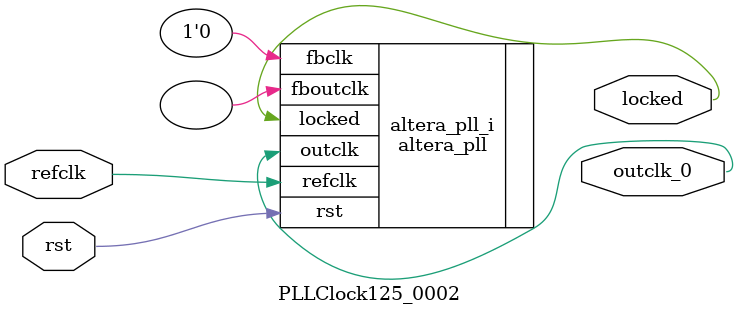
<source format=v>
`timescale 1ns/10ps
module  PLLClock125_0002(

	// interface 'refclk'
	input wire refclk,

	// interface 'reset'
	input wire rst,

	// interface 'outclk0'
	output wire outclk_0,

	// interface 'locked'
	output wire locked
);

	altera_pll #(
		.fractional_vco_multiplier("false"),
		.reference_clock_frequency("50.0 MHz"),
		.operation_mode("direct"),
		.number_of_clocks(1),
		.output_clock_frequency0("125.000000 MHz"),
		.phase_shift0("0 ps"),
		.duty_cycle0(50),
		.output_clock_frequency1("0 MHz"),
		.phase_shift1("0 ps"),
		.duty_cycle1(50),
		.output_clock_frequency2("0 MHz"),
		.phase_shift2("0 ps"),
		.duty_cycle2(50),
		.output_clock_frequency3("0 MHz"),
		.phase_shift3("0 ps"),
		.duty_cycle3(50),
		.output_clock_frequency4("0 MHz"),
		.phase_shift4("0 ps"),
		.duty_cycle4(50),
		.output_clock_frequency5("0 MHz"),
		.phase_shift5("0 ps"),
		.duty_cycle5(50),
		.output_clock_frequency6("0 MHz"),
		.phase_shift6("0 ps"),
		.duty_cycle6(50),
		.output_clock_frequency7("0 MHz"),
		.phase_shift7("0 ps"),
		.duty_cycle7(50),
		.output_clock_frequency8("0 MHz"),
		.phase_shift8("0 ps"),
		.duty_cycle8(50),
		.output_clock_frequency9("0 MHz"),
		.phase_shift9("0 ps"),
		.duty_cycle9(50),
		.output_clock_frequency10("0 MHz"),
		.phase_shift10("0 ps"),
		.duty_cycle10(50),
		.output_clock_frequency11("0 MHz"),
		.phase_shift11("0 ps"),
		.duty_cycle11(50),
		.output_clock_frequency12("0 MHz"),
		.phase_shift12("0 ps"),
		.duty_cycle12(50),
		.output_clock_frequency13("0 MHz"),
		.phase_shift13("0 ps"),
		.duty_cycle13(50),
		.output_clock_frequency14("0 MHz"),
		.phase_shift14("0 ps"),
		.duty_cycle14(50),
		.output_clock_frequency15("0 MHz"),
		.phase_shift15("0 ps"),
		.duty_cycle15(50),
		.output_clock_frequency16("0 MHz"),
		.phase_shift16("0 ps"),
		.duty_cycle16(50),
		.output_clock_frequency17("0 MHz"),
		.phase_shift17("0 ps"),
		.duty_cycle17(50),
		.pll_type("General"),
		.pll_subtype("General")
	) altera_pll_i (
		.rst	(rst),
		.outclk	({outclk_0}),
		.locked	(locked),
		.fboutclk	( ),
		.fbclk	(1'b0),
		.refclk	(refclk)
	);
endmodule


</source>
